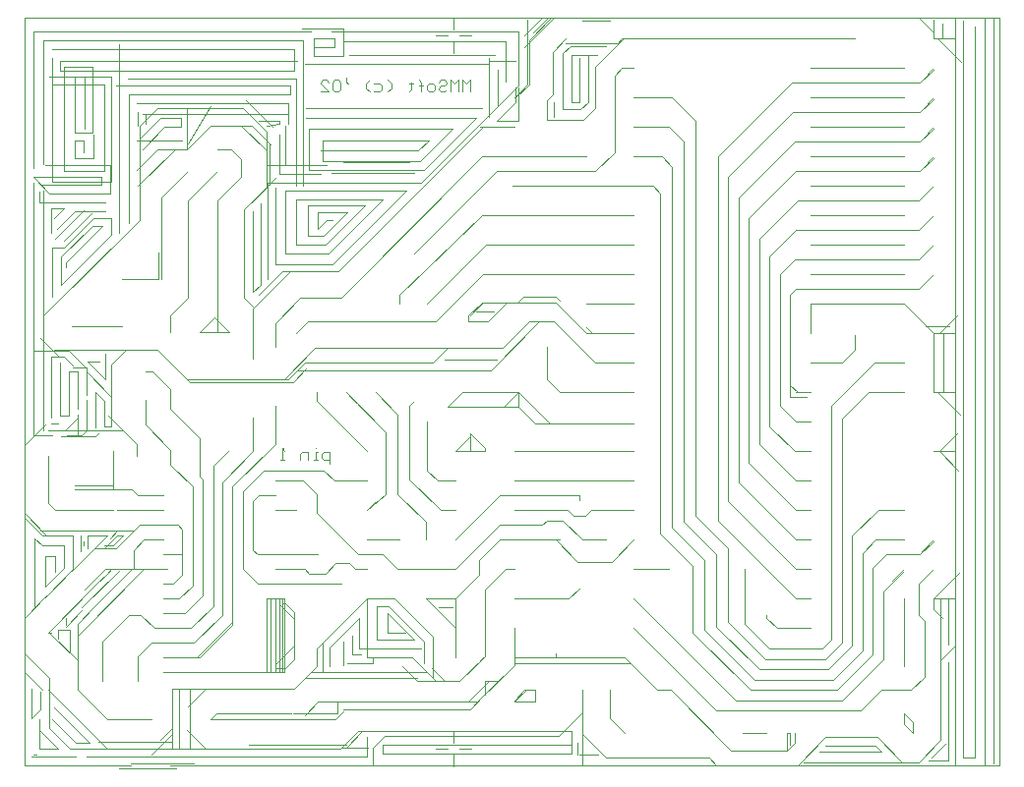
<source format=gbl>
*%FSLAX23Y23*%
*%MOIN*%
G01*
D15*
X9382Y7754D02*
Y7794D01*
X9362D01*
X9355Y7787D01*
Y7774D01*
X9362Y7767D01*
X9382D01*
X9342D02*
X9329D01*
X9335D01*
Y7794D01*
X9342D01*
X9335Y7807D02*
X9336D01*
X9309Y7794D02*
Y7767D01*
Y7794D02*
X9289D01*
X9282Y7787D01*
Y7767D01*
X9229D02*
X9215D01*
X9222D01*
Y7807D01*
X9223D01*
X9222D02*
X9229Y7800D01*
X9857Y9017D02*
Y9057D01*
X9844Y9044D01*
X9830Y9057D01*
Y9017D01*
X9817D02*
Y9057D01*
X9804Y9044D01*
X9790Y9057D01*
Y9017D01*
X9750Y9050D02*
X9757Y9057D01*
X9770D01*
X9777Y9050D01*
Y9044D01*
X9770Y9037D01*
X9757D01*
X9750Y9030D01*
Y9024D01*
X9757Y9017D01*
X9770D01*
X9777Y9024D01*
X9730Y9017D02*
X9717D01*
X9710Y9024D01*
Y9037D01*
X9717Y9044D01*
X9730D01*
X9737Y9037D01*
Y9024D01*
X9730Y9017D01*
X9690D02*
Y9050D01*
Y9037D01*
X9697D01*
X9684D01*
X9690D01*
Y9050D01*
X9684Y9057D01*
X9657Y9050D02*
Y9044D01*
X9664D01*
X9650D01*
X9657D01*
Y9024D01*
X9650Y9017D01*
X9590Y9030D02*
X9577Y9017D01*
X9590Y9030D02*
Y9044D01*
X9577Y9057D01*
X9550Y9044D02*
X9530D01*
X9550D02*
X9557Y9037D01*
Y9024D01*
X9550Y9017D01*
X9530D01*
X9517D02*
X9504Y9030D01*
Y9044D01*
X9517Y9057D01*
X9437Y9064D02*
Y9050D01*
X9444Y9044D01*
X9417Y9050D02*
X9410Y9057D01*
X9397D01*
X9390Y9050D01*
Y9024D01*
X9397Y9017D01*
X9410D01*
X9417Y9024D01*
Y9050D01*
X9377Y9017D02*
X9350D01*
X9377D02*
X9350Y9044D01*
Y9050D01*
X9357Y9057D01*
X9370D01*
X9377Y9050D01*
D17*
X9957Y7647D02*
X9807Y7497D01*
X9667Y8467D02*
X9947Y8747D01*
X9957Y7547D02*
X9807Y7397D01*
X10837Y8517D02*
X10967Y8647D01*
X10962Y8747D02*
X10802Y8587D01*
X10767Y8657D02*
X10957Y8847D01*
X10952Y8947D02*
X10732Y8727D01*
X11222Y7107D02*
X11102Y6987D01*
X11082Y7952D02*
X11227Y8097D01*
X11257Y7092D02*
X11117Y6952D01*
X10697Y8797D02*
X10947Y9047D01*
X9902Y8397D02*
X9742Y8237D01*
X9052Y7217D02*
X8932Y7097D01*
X9017Y7692D02*
X9122Y7797D01*
X9197Y7822D02*
X9052Y7677D01*
X10502Y7517D02*
X10612Y7407D01*
X10652Y7427D02*
X10542Y7537D01*
X10582Y7557D02*
X10692Y7447D01*
X10732Y7467D02*
X10622Y7577D01*
X10612Y7182D02*
X10807Y6987D01*
X10822Y7022D02*
X10652Y7192D01*
X10692Y7202D02*
X10837Y7057D01*
X10857Y7092D02*
X10732Y7217D01*
X10467Y7242D02*
X10757Y6952D01*
X9477Y7447D02*
X9337Y7587D01*
X10147Y8302D02*
X10252Y8197D01*
X10837Y7822D02*
X10962Y7697D01*
Y7597D02*
X10802Y7757D01*
X10767Y7692D02*
X10962Y7497D01*
Y7397D02*
X10732Y7627D01*
X10697Y7562D02*
X10962Y7297D01*
X10692Y6917D02*
X10412Y7197D01*
X10537Y6987D02*
X10742Y6782D01*
X9422Y8317D02*
X9897Y8797D01*
X8842Y7802D02*
X8757Y7887D01*
X8842Y7802D02*
Y7752D01*
X8942Y7802D02*
Y7842D01*
X8917Y7677D02*
Y7342D01*
X8952Y7307D02*
Y7702D01*
X8942Y7712D02*
Y7802D01*
X8882Y7432D02*
Y7377D01*
Y7432D02*
Y7532D01*
X8952Y7307D02*
X8892Y7247D01*
X8872Y7297D02*
X8917Y7342D01*
X8882Y7377D02*
X8852Y7347D01*
X9017Y7242D02*
X8922Y7147D01*
X8912Y7197D02*
X8987Y7272D01*
X8942Y7842D02*
X8842Y7942D01*
Y7752D02*
X8917Y7677D01*
X8942Y7712D02*
X8952Y7702D01*
X8867Y7547D02*
X8882Y7532D01*
X9167Y7297D02*
Y7047D01*
X9122Y7462D02*
Y7627D01*
X9087Y7662D02*
Y7397D01*
X8987Y7272D02*
Y7747D01*
X9052Y7677D02*
Y7217D01*
X9122Y7797D02*
Y7837D01*
X9017Y7692D02*
Y7242D01*
X9122Y7627D02*
X9142Y7647D01*
X9087Y7662D02*
X9157Y7732D01*
X9042Y7802D02*
X8987Y7747D01*
X9122Y7462D02*
X9137Y7447D01*
X9087Y7397D02*
X9137Y7347D01*
X9337Y7587D02*
Y7652D01*
X9182Y7297D02*
Y7047D01*
X9212D02*
Y7297D01*
X9197D02*
Y7047D01*
Y7822D02*
Y7952D01*
Y8152D02*
Y8232D01*
X9267Y8197D02*
X9307Y8237D01*
X9282Y8317D02*
X9197Y8232D01*
X9292Y7697D02*
X9337Y7652D01*
X9397Y7697D02*
X9362Y7732D01*
X9562Y7447D02*
X9612Y7397D01*
X9887Y7377D02*
Y7427D01*
Y7377D02*
X9807Y7297D01*
X9887Y7427D02*
X9957Y7497D01*
X9857Y8257D02*
X9902Y8302D01*
X10117Y7562D02*
X10102Y7547D01*
X10227Y7632D02*
Y7647D01*
X10267Y7597D02*
X10247Y7577D01*
X10337Y7422D02*
X10412Y7497D01*
X10282Y8747D02*
X10347Y8812D01*
X10147Y7497D02*
X10222Y7422D01*
X10237Y7497D02*
X10172Y7562D01*
X10187Y7597D02*
X10207Y7577D01*
X10347Y8812D02*
Y9072D01*
X10502Y8672D02*
Y7517D01*
X10347Y9072D02*
X10372Y9097D01*
X10507Y8797D02*
X10542Y8762D01*
X10477Y8697D02*
X10502Y8672D01*
X10582Y8847D02*
X10532Y8897D01*
X10612Y7407D02*
Y7182D01*
X10542Y7537D02*
Y8762D01*
X10652Y7427D02*
Y7192D01*
X10582Y7557D02*
Y8847D01*
X10692Y7447D02*
Y7202D01*
X10622Y7577D02*
Y8917D01*
X10732Y7467D02*
Y7217D01*
Y7627D02*
Y8727D01*
X10697Y8797D02*
Y7562D01*
X10622Y8917D02*
X10542Y8997D01*
X10787Y7347D02*
Y7212D01*
X10907Y7952D02*
Y8397D01*
X10872Y8457D02*
Y7882D01*
X10837Y7822D02*
Y8517D01*
X10802Y8587D02*
Y7757D01*
X10767Y7692D02*
Y8657D01*
X10957Y8447D02*
X10907Y8397D01*
X10872Y8457D02*
X10962Y8547D01*
X10787Y7212D02*
X10872Y7127D01*
X10962Y7897D02*
X10907Y7952D01*
X10872Y7882D02*
X10957Y7797D01*
X10942Y6842D02*
Y6802D01*
X10932Y6782D02*
Y6842D01*
X10942Y7982D02*
Y8047D01*
Y8022D02*
Y8327D01*
X11082Y7487D02*
Y7157D01*
X11117Y7147D02*
Y7462D01*
X11082Y7487D02*
Y7952D01*
X11117Y7907D02*
Y7462D01*
X10957Y6842D02*
Y6807D01*
X10942Y8327D02*
X10962Y8347D01*
X11082Y7157D02*
X11052Y7127D01*
X11062Y7092D02*
X11117Y7147D01*
X11152Y7137D02*
X11072Y7057D01*
X11087Y7022D02*
X11187Y7122D01*
X11117Y7907D02*
X11207Y7997D01*
X10957Y6807D02*
X10932Y6782D01*
X10967Y7997D02*
X10942Y8022D01*
X11152Y7427D02*
Y7137D01*
X11187Y7122D02*
Y7387D01*
X11222Y7332D02*
Y7107D01*
X11187Y7382D02*
Y7452D01*
X11222Y7402D02*
Y7327D01*
X11257Y7322D02*
Y7092D01*
X11152Y7422D02*
Y7512D01*
X11187Y7452D02*
X11232Y7497D01*
X11267Y7447D02*
X11222Y7402D01*
X11257Y7322D02*
X11327Y7392D01*
X11252Y6987D02*
X11182Y6917D01*
X11152Y7512D02*
X11242Y7597D01*
X11397Y7222D02*
Y7032D01*
X11377Y7242D02*
Y7347D01*
X11397Y7032D02*
X11352Y6987D01*
X11377Y8347D02*
X11427Y8397D01*
X11377Y8447D02*
X11427Y8497D01*
X11377Y8547D02*
X11427Y8597D01*
X11377Y8647D02*
X11427Y8697D01*
X11382Y8747D02*
X11427Y8792D01*
X11382Y8847D02*
X11427Y8892D01*
X11382Y8947D02*
X11427Y8992D01*
X11382Y9047D02*
X11427Y9092D01*
Y7492D02*
X11382Y7447D01*
X11427Y7397D02*
X11377Y7347D01*
Y7242D02*
X11397Y7222D01*
X10932Y6782D02*
X10742D01*
X10932Y6842D02*
X10942D01*
X10807Y6987D02*
X11102D01*
X11117Y6952D02*
X10757D01*
X10537Y6987D02*
X10492D01*
X11252D02*
X11352D01*
X11182Y6917D02*
X10692D01*
X9182Y7047D02*
X9167D01*
X10872Y7127D02*
X11052D01*
X11062Y7092D02*
X10857D01*
X10837Y7057D02*
X11072D01*
X11087Y7022D02*
X10822D01*
X8912Y7197D02*
X8817D01*
Y7097D02*
X8932D01*
X8922Y7147D02*
X8817D01*
X10962Y7397D02*
X11012D01*
Y7297D02*
X10962D01*
X9197Y7347D02*
X9137D01*
X8892Y7247D02*
X8817D01*
Y7297D02*
X8872D01*
X8852Y7347D02*
X8817D01*
X9612Y7397D02*
X9727D01*
X10267Y7597D02*
X10412D01*
X10247Y7577D02*
X10207D01*
X10222Y7422D02*
X10337D01*
X9617Y7497D02*
X9507D01*
X10237D02*
X10317D01*
X10172Y7562D02*
X10117D01*
X10102Y7547D02*
X9957D01*
X10007Y7597D02*
X10187D01*
X10162Y7497D02*
X10007D01*
X9562Y7447D02*
X9477D01*
X10962Y7597D02*
X11012D01*
Y7497D02*
X10962D01*
X11232D02*
X11327D01*
X11382Y7447D02*
X11267D01*
X10007Y7497D02*
X9957D01*
X9197Y7447D02*
X9137D01*
X9197Y7597D02*
X9267D01*
X8817D02*
X8662D01*
X8817Y7547D02*
X8867D01*
X8882Y7447D02*
X8817D01*
X11242Y7597D02*
X11327D01*
X10227Y7647D02*
X9957D01*
X9292Y7697D02*
X9197D01*
X10957Y7797D02*
X11012D01*
Y7697D02*
X10962D01*
X9197Y7647D02*
X9142D01*
X9157Y7732D02*
X9362D01*
X9397Y7697D02*
X9452D01*
X10942Y7982D02*
X10997D01*
X11012Y7897D02*
X10962D01*
X10967Y7997D02*
X11012D01*
X11227Y8097D02*
X11327D01*
Y7997D02*
X11207D01*
X9422Y8317D02*
X9282D01*
X9902Y8302D02*
X10147D01*
X10962Y8347D02*
X11377D01*
X9742Y8237D02*
X9307D01*
X10252Y8197D02*
X10317D01*
X10957Y8447D02*
X11377D01*
Y8547D02*
X10962D01*
X9947Y8397D02*
X9902D01*
X9947Y8747D02*
X10282D01*
X10967Y8647D02*
X11377D01*
X11382Y8747D02*
X10962D01*
X10477Y8697D02*
X10412D01*
X9987Y8797D02*
X9897D01*
X10957Y8847D02*
X11382D01*
Y8947D02*
X10952D01*
X10507Y8797D02*
X10412D01*
Y8897D02*
X10532D01*
X10412Y9097D02*
X10372D01*
X10947Y9047D02*
X11382D01*
X10542Y8997D02*
X10412D01*
D18*
X9802Y9227D02*
Y9267D01*
Y9187D02*
Y9147D01*
X9782Y9207D02*
X9742D01*
X9822D02*
X9862D01*
X9802Y6847D02*
Y6807D01*
Y6767D02*
Y6727D01*
X9782Y6787D02*
X9742D01*
X9822D02*
X9862D01*
D19*
X9652Y7952D02*
X9667Y7967D01*
X8682Y7512D02*
X8647Y7477D01*
X8622Y7472D02*
X8662Y7512D01*
X8657Y7467D02*
X8727Y7537D01*
X8662Y7527D02*
X8637Y7502D01*
X8717Y7527D02*
X8737Y7547D01*
X8752Y7497D02*
X8717Y7462D01*
X9052Y7207D02*
X8942Y7097D01*
X9367Y7382D02*
X9402Y7417D01*
X8622Y7397D02*
X8552Y7327D01*
X8732Y7102D02*
X8777Y7147D01*
X8702Y7242D02*
X8612Y7152D01*
X9437Y7997D02*
X9572Y7862D01*
X9612Y7922D02*
X9537Y7997D01*
X9612Y7652D02*
X9707Y7557D01*
X9747Y7697D02*
X9712Y7732D01*
X9652Y7702D02*
X9757Y7597D01*
X8727Y7822D02*
X8682Y7867D01*
X8427Y7622D02*
X8452Y7597D01*
X8712Y7667D02*
X8732Y7647D01*
X8742Y7242D02*
X8787Y7197D01*
X9447Y7417D02*
X9467Y7397D01*
X9312Y7382D02*
X9297Y7397D01*
X8697Y7852D02*
X8632Y7917D01*
X9507Y7597D02*
X9572Y7652D01*
X8547Y7492D02*
Y7477D01*
X8537Y7457D02*
Y7512D01*
X8427Y7622D02*
Y7667D01*
Y7782D01*
X8717Y7462D02*
Y7397D01*
X8647Y7667D02*
Y7797D01*
X8727Y7782D02*
Y7822D01*
X8732Y7102D02*
Y7017D01*
X8612D02*
Y7152D01*
X9052Y7207D02*
Y7222D01*
X9167Y7297D02*
Y7047D01*
X9227D02*
Y7297D01*
X9222D02*
Y7047D01*
X9572Y7652D02*
Y7862D01*
X9612Y7922D02*
Y7652D01*
X9707Y7557D02*
Y7497D01*
X9712Y7732D02*
Y7897D01*
X9652Y7952D02*
Y7702D01*
X8817Y7197D02*
X8787D01*
X8817Y7097D02*
X8942D01*
X8817Y7047D02*
X9227D01*
X8817Y7147D02*
X8777D01*
X8817Y7397D02*
X8622D01*
X8702Y7242D02*
X8742D01*
X9192Y7347D02*
X9422D01*
X9227Y7297D02*
X9167D01*
X9467Y7397D02*
X9507D01*
X9297D02*
X9197D01*
X9312Y7382D02*
X9367D01*
X9757Y7597D02*
X9807D01*
X8647Y7477D02*
X8617D01*
X8662Y7512D02*
X8682D01*
X8657Y7467D02*
X8587D01*
X8657Y7527D02*
X8692D01*
X8717D02*
X8402D01*
X8737Y7547D02*
X8817D01*
Y7497D02*
X8752D01*
X8647Y7597D02*
X8452D01*
X8662D02*
X8817D01*
X9217D02*
X9267D01*
X9197Y7447D02*
X9342D01*
X9402Y7417D02*
X9447D01*
X9747Y7697D02*
X9807D01*
X10172D02*
X10282D01*
X8817Y7647D02*
X8732D01*
X8712Y7667D02*
X8517D01*
Y7867D02*
X8682D01*
D20*
X9822Y7017D02*
X9907Y7102D01*
Y7327D02*
X9977Y7397D01*
X9662Y7097D02*
X9742Y7017D01*
X10412Y7297D02*
X10467Y7242D01*
X9907Y7327D02*
Y7102D01*
X8862Y6722D02*
X8667D01*
X9742Y7017D02*
X9822D01*
X9662Y7097D02*
X9507D01*
X9977Y7397D02*
X10007D01*
D26*
X10042Y9167D02*
X10142Y9267D01*
X10057Y9042D02*
X10012Y8997D01*
X10057Y9192D02*
X10132Y9267D01*
X9902Y8897D02*
X9412Y8407D01*
X9537Y7627D02*
X9507Y7597D01*
X9712Y8297D02*
X9912Y8497D01*
X9832Y7522D02*
X9807Y7497D01*
X10357Y9182D02*
X10372Y9197D01*
X9912Y8712D02*
X9667Y8467D01*
X10232Y8957D02*
X10257Y8982D01*
X10172Y9147D02*
X10197Y9172D01*
X10282Y9102D02*
X10377Y9197D01*
X10282Y8962D02*
X10242Y8922D01*
X10137Y9007D02*
X10117Y8987D01*
X10137Y9152D02*
X10182Y9197D01*
X10037Y8322D02*
X10017Y8302D01*
X10007Y8997D02*
X10052Y9042D01*
X10227Y7332D02*
X10192Y7297D01*
X10072Y9217D02*
X10122Y9267D01*
X9717Y8852D02*
X9682Y8817D01*
X9687Y8782D02*
X9797Y8892D01*
X9877Y8927D02*
X9702Y8752D01*
X8602Y8552D02*
X8487Y8437D01*
X8602Y8552D02*
X8612Y8562D01*
X8577D02*
X8472Y8457D01*
Y8362D02*
X8642Y8532D01*
X8582Y8587D02*
X8482Y8487D01*
X8412Y8257D02*
X8737Y8582D01*
X8667Y7392D02*
X8542Y7267D01*
X8552Y7237D02*
X8712Y7397D01*
X8627Y7512D02*
X8577Y7462D01*
X8642Y7397D02*
X8627Y7382D01*
X8592Y7347D01*
X8427Y7182D01*
X9857Y6922D02*
X9902Y6967D01*
X9852Y6947D02*
X9922Y7017D01*
X8452Y8517D02*
X8552Y8617D01*
X9122Y8282D02*
X9252Y8412D01*
X9222Y8407D02*
X9142Y8327D01*
X9492Y6847D02*
X9437Y6792D01*
X9917Y8237D02*
X9982Y8302D01*
X9897D02*
X9852Y8257D01*
X9907Y7102D02*
X9892Y7087D01*
X9907Y7327D02*
X9977Y7397D01*
X8422Y7307D02*
X8347Y7232D01*
X10157Y6832D02*
X10237Y6912D01*
X9567Y6832D02*
X9527Y6792D01*
X8542Y7852D02*
X8557Y7867D01*
X8577Y7462D02*
X8507Y7392D01*
X8482Y7402D02*
X8417Y7337D01*
Y7302D02*
X8512Y7397D01*
X11407Y8377D02*
X11427Y8397D01*
X11407Y8477D02*
X11427Y8497D01*
X11407Y8577D02*
X11427Y8597D01*
X11407Y8677D02*
X11427Y8697D01*
X11407Y8777D02*
X11427Y8797D01*
X11407Y8877D02*
X11427Y8897D01*
X11407Y8977D02*
X11427Y8997D01*
X11407Y9077D02*
X11427Y9097D01*
X9042Y7802D02*
X9017Y7777D01*
X11387Y7357D02*
X11427Y7397D01*
X11327D02*
X11287Y7357D01*
X11387Y7457D02*
X11427Y7497D01*
X9307Y8237D02*
X9267Y8197D01*
X9807Y7797D02*
X9857Y7847D01*
X11117Y8097D02*
X11162Y8142D01*
X10007Y7072D02*
X9882Y6947D01*
X10007D02*
X10047Y6987D01*
X9732Y8097D02*
X9782Y8147D01*
X9967D02*
X10057Y8237D01*
X8517Y8612D02*
X8457Y8552D01*
X11452Y7087D02*
X11502Y7137D01*
X11452Y6817D02*
X11377Y6742D01*
X11422Y6757D02*
X11472Y6807D01*
X8527Y7912D02*
X8487Y7872D01*
X8447Y8587D02*
X8482Y8622D01*
X9692Y8707D02*
X10022Y9037D01*
X9642Y8682D02*
X9392Y8432D01*
X9377Y8467D02*
X9562Y8652D01*
X9502Y8632D02*
X9367Y8497D01*
X9362Y8527D02*
X9442Y8607D01*
X9372Y8582D02*
X9342Y8552D01*
X9947Y8917D02*
X10012Y8982D01*
X11062Y6827D02*
X10967Y6732D01*
X11427Y7297D02*
X11517Y7387D01*
X10042Y9207D02*
X10102Y9267D01*
X8577Y8607D02*
X8482Y8512D01*
X8602Y7862D02*
X8587Y7847D01*
X9972Y7947D02*
X10022Y7997D01*
X9832Y7322D02*
X9807Y7297D01*
X9262Y7137D02*
X9202Y7077D01*
X9357Y7147D02*
X9507Y7297D01*
X9482Y7232D02*
X9382Y7132D01*
X9317Y7047D02*
X9262Y6992D01*
X9297Y7027D02*
X9337Y7067D01*
Y7127D02*
X9367Y7157D01*
X9342Y6947D02*
X9297Y6902D01*
X8402Y6922D02*
X8372Y6892D01*
X9232Y7062D02*
X9262Y7092D01*
X9197Y8232D02*
X9282Y8317D01*
X9297Y8097D02*
X9247Y8047D01*
X9242Y8042D01*
X8692Y8142D02*
X8642Y8092D01*
X8582Y7267D02*
X8527Y7212D01*
X9417Y6787D02*
X9477Y6847D01*
X8962Y6992D02*
X8902Y6932D01*
X8847Y6837D02*
X8777Y6767D01*
X8487Y7202D02*
X8542Y7257D01*
X8527Y7172D02*
X8752Y7397D01*
X9402Y6887D02*
X9432Y6917D01*
X8997Y6907D02*
X8977Y6887D01*
X9782Y7947D02*
X9832Y7997D01*
X9927Y8072D02*
X10092Y8237D01*
X9332Y8147D02*
X9227Y8042D01*
X9257Y8032D02*
X9302Y8077D01*
X8852Y6862D02*
X8807Y6817D01*
X8742Y8862D02*
X8807Y8927D01*
X8822Y8897D02*
X8747Y8822D01*
X8797D02*
X8727Y8752D01*
X8812Y8657D02*
X8902Y8747D01*
X9092Y8617D02*
X9202Y8727D01*
X9167Y8692D02*
X9092Y8617D01*
X8857Y8822D02*
X8732Y8697D01*
X9122Y8337D02*
X9147Y8362D01*
X8897Y8822D02*
X8977Y8902D01*
X8797Y8962D02*
X8737Y8902D01*
X8422Y7892D02*
X8347Y7817D01*
X8842Y8257D02*
X8902Y8317D01*
Y8647D02*
X9002Y8747D01*
X9082Y8727D02*
X9002Y8647D01*
X8992Y8252D02*
X8942Y8202D01*
X11447Y7797D02*
X11512Y7862D01*
X11447Y8197D02*
X11512Y8262D01*
X10272Y8197D02*
X10252Y8217D01*
X9577Y7957D02*
X9537Y7997D01*
X9472Y7962D02*
X9437Y7997D01*
X10147Y7497D02*
X10222Y7422D01*
X10162Y8307D02*
X10147Y8322D01*
X10382Y7097D02*
X10492Y6987D01*
X8617Y7967D02*
X8587Y7997D01*
X8642Y7982D02*
X8557Y8067D01*
X8462Y8122D02*
X8402Y8182D01*
X8482Y8117D02*
X8512Y8087D01*
X8557Y8077D02*
X8497Y8137D01*
X8432Y8672D02*
X8377Y8727D01*
X9092Y8317D02*
X9122Y8287D01*
X10862Y7232D02*
X10897Y7197D01*
X8842Y8007D02*
X8782Y8067D01*
X8347Y7587D02*
X8422Y7512D01*
X8407Y7477D02*
X8382Y7502D01*
X8407Y7512D02*
X8347Y7572D01*
X8757Y7887D02*
X8842Y7802D01*
X8942Y7842D02*
X8842Y7942D01*
X8812Y7832D02*
X8842Y7802D01*
X9662Y7097D02*
X9742Y7017D01*
X9907Y7807D02*
X9857Y7857D01*
X11327Y8297D02*
X11427Y8197D01*
X10412Y7197D02*
X10482Y7127D01*
X10332Y6892D02*
X10382Y6842D01*
X10077Y7892D02*
X10022Y7947D01*
X10117Y8042D02*
X10162Y7997D01*
X10282Y8097D02*
X10142Y8237D01*
X10667Y6757D02*
X10692Y6732D01*
X10317Y6757D02*
X10237Y6837D01*
X8462Y6787D02*
X8402Y6847D01*
X9627Y7067D02*
X9677Y7017D01*
X9732Y7167D02*
X9602Y7297D01*
X9582Y7272D02*
X9702Y7152D01*
X9667Y7157D02*
X9577Y7247D01*
X11237Y6827D02*
X11322Y6742D01*
X11252Y6777D02*
X11232Y6797D01*
X11457Y7232D02*
X11427Y7262D01*
X9262Y7227D02*
X9212Y7277D01*
X8407Y6987D02*
X8347Y7047D01*
X9232Y7282D02*
X9262Y7252D01*
X9727Y7062D02*
X9772Y7017D01*
X8622Y8042D02*
X8562Y8102D01*
X8797Y8142D02*
X8897Y8042D01*
X8432Y7182D02*
X8527Y7087D01*
X8432Y6857D02*
X8502Y6787D01*
X8432Y7027D02*
X8347Y7112D01*
X8897Y6852D02*
X8962Y6787D01*
X8627D02*
X8527Y6887D01*
X8427Y6987D01*
X8447Y6927D02*
X8567Y6807D01*
X8522D02*
X8442Y6887D01*
X8527Y6987D02*
X8627Y6887D01*
X10022Y7997D02*
X10127Y7892D01*
X8907Y8032D02*
X8872Y8067D01*
X9187Y8897D02*
X9097Y8987D01*
X9087Y8962D02*
X9167Y8882D01*
X9182Y8837D02*
X9117Y8902D01*
X9047Y8822D02*
X9082Y8787D01*
X9167Y8817D02*
X9082Y8902D01*
X8992Y8252D02*
X9042Y8202D01*
X9707Y7297D02*
X9807Y7197D01*
X11447Y7797D02*
X11512Y7732D01*
X11517Y7922D02*
X11442Y7997D01*
X11522Y9117D02*
X11442Y9197D01*
X11427Y9217D02*
X11377Y9267D01*
X9507Y7797D02*
X9337Y7967D01*
X9617Y8327D02*
X9897Y8597D01*
Y8797D02*
X9422Y8317D01*
X8902Y8842D02*
X8977Y8967D01*
X9167Y8902D02*
X9212Y8907D01*
X8377Y8707D02*
Y7852D01*
X8382Y7502D02*
Y7267D01*
X8347Y7797D02*
Y6732D01*
X8377Y8757D02*
Y9222D01*
X8347Y9267D02*
Y7797D01*
Y7077D02*
Y7047D01*
X8372Y6992D02*
Y6892D01*
X8437Y7912D02*
Y8117D01*
X8557Y8077D02*
Y8067D01*
X8487Y8422D02*
Y8437D01*
X8472Y8457D02*
Y8362D01*
X8442Y8322D02*
Y8487D01*
X8562Y7512D02*
Y7467D01*
X8487Y7232D02*
Y7207D01*
X8557Y7867D02*
Y7972D01*
X8412Y7867D02*
Y8682D01*
X8527Y7922D02*
Y7847D01*
X8452Y7442D02*
Y7387D01*
X8417Y7337D02*
Y7442D01*
X8482Y7477D02*
Y7402D01*
X8512Y7397D02*
Y7512D01*
X8397Y8642D02*
Y8677D01*
X8437Y8622D02*
Y8537D01*
X8412Y8772D02*
Y9192D01*
X8577Y9102D02*
Y8877D01*
X8517D02*
Y9067D01*
X8552D02*
Y8892D01*
X8397Y6887D02*
Y6787D01*
X8557Y7987D02*
Y8067D01*
Y8082D01*
X8467Y8097D02*
Y7917D01*
X8497D02*
Y8067D01*
X8527D02*
Y7942D01*
X8427Y7782D02*
Y7667D01*
X8402Y6982D02*
Y6922D01*
X8527Y7087D02*
Y7212D01*
X8502Y7192D02*
Y7117D01*
X8462Y7162D02*
Y7192D01*
X8432Y7027D02*
Y6857D01*
X8527Y6987D02*
Y7087D01*
X8442Y8712D02*
Y9132D01*
X8482Y9102D02*
Y8747D01*
X8467Y9087D02*
Y9122D01*
X8517Y8852D02*
Y8792D01*
X8547Y8812D02*
Y8852D01*
X8587Y7997D02*
Y7877D01*
X8617Y7882D02*
Y7967D01*
X8642Y7982D02*
Y7882D01*
Y8532D02*
Y8587D01*
X8607Y8702D02*
Y8727D01*
X8637Y8767D02*
Y8672D01*
X8667Y8537D02*
Y9177D01*
X8647Y7797D02*
Y7682D01*
X8757Y7887D02*
Y7972D01*
X8727Y7812D02*
Y7782D01*
X8642Y7972D02*
Y8092D01*
X8622Y8127D02*
Y8042D01*
X8737Y8637D02*
Y8902D01*
X8642Y9067D02*
Y8712D01*
X8617Y8747D02*
Y9042D01*
X8732Y8947D02*
Y8902D01*
X8702Y8972D02*
Y8572D01*
X8757Y8907D02*
Y8942D01*
X8702Y8972D02*
Y9007D01*
X8737Y8637D02*
Y8582D01*
X8582Y8792D02*
Y8872D01*
X8612Y7057D02*
Y7017D01*
X8732D02*
Y7057D01*
X8812Y8382D02*
Y8657D01*
X8802Y8472D02*
Y8382D01*
X8842Y8257D02*
Y8202D01*
Y8007D02*
Y7942D01*
X8942Y7842D02*
Y7802D01*
Y7767D01*
X8842D02*
Y7802D01*
X8872Y6992D02*
Y6787D01*
X8847D02*
Y6992D01*
X8907D02*
Y6787D01*
X8877Y8897D02*
Y8927D01*
X8897Y8962D02*
Y8822D01*
X8902Y8647D02*
Y8317D01*
X9122Y8282D02*
Y8112D01*
Y7912D02*
Y7837D01*
X9167Y8742D02*
Y8882D01*
Y8752D02*
Y8692D01*
X9082Y8727D02*
Y8787D01*
X9092Y8617D02*
Y8317D01*
X9147Y8362D02*
Y8637D01*
X9122Y8612D02*
Y8337D01*
X9002Y8202D02*
Y8647D01*
X9357Y8782D02*
Y8852D01*
X9312Y8892D02*
Y8752D01*
X9327Y9137D02*
Y9197D01*
X9212Y7282D02*
Y7182D01*
X9267Y8497D02*
Y8652D01*
X9172Y8707D02*
Y8382D01*
X9197Y8432D02*
Y8692D01*
X9232Y8682D02*
Y8467D01*
X9307Y8527D02*
Y8632D01*
X9342Y8607D02*
Y8552D01*
X9262Y7187D02*
Y7137D01*
Y7187D02*
Y7227D01*
X9357Y7147D02*
Y7047D01*
X9337Y7067D02*
Y7127D01*
X9262Y7092D02*
Y7187D01*
Y7252D01*
X9197Y8152D02*
Y8232D01*
Y7952D02*
Y7922D01*
X9212Y8737D02*
Y8872D01*
X9177Y8837D02*
Y8702D01*
X9292Y8697D02*
Y9192D01*
X9267Y9062D02*
Y8697D01*
X9232Y8767D02*
Y8902D01*
X9212Y8907D02*
Y8917D01*
X9242Y8912D02*
Y8942D01*
Y8907D02*
Y8977D01*
X9247Y9007D02*
Y9037D01*
X9262Y9087D02*
Y9162D01*
X9337Y7997D02*
Y7967D01*
X9397Y9167D02*
Y9197D01*
X9427Y9232D02*
Y9137D01*
X9507Y6827D02*
Y6762D01*
X9407Y6907D02*
Y6947D01*
X9527Y6792D02*
Y6732D01*
X9507Y7097D02*
Y7297D01*
X9542Y7272D02*
Y7157D01*
X9527Y7097D02*
Y7077D01*
X9382Y7067D02*
Y7132D01*
X9482Y7127D02*
Y7232D01*
X9457Y7172D02*
Y7107D01*
X9427Y7072D02*
Y7152D01*
X9712Y7857D02*
Y7897D01*
X9617Y8297D02*
Y8327D01*
X9562Y6802D02*
Y6772D01*
X9732Y7032D02*
Y7167D01*
X9702Y7122D02*
Y7077D01*
Y7152D01*
X9577Y7182D02*
Y7247D01*
X9922Y8932D02*
Y9132D01*
X9852Y8257D02*
Y8237D01*
X9907Y7327D02*
Y7102D01*
Y7797D02*
Y7807D01*
X9857Y7847D02*
Y7857D01*
X9907Y7017D02*
Y6972D01*
X9857Y7797D02*
Y7857D01*
X9807Y7297D02*
Y7097D01*
X10057Y9042D02*
Y9192D01*
X10142Y8982D02*
Y8932D01*
X10117Y8922D02*
Y8987D01*
X10137Y9007D02*
Y9152D01*
X10052D02*
Y9042D01*
X9952Y9092D02*
Y8967D01*
X10077Y6987D02*
Y6947D01*
X10007Y7072D02*
Y7197D01*
X10052Y9117D02*
Y9262D01*
X10022Y7997D02*
Y7947D01*
X10117Y8042D02*
Y8152D01*
X10022Y9037D02*
Y9222D01*
X9977Y9187D02*
Y9052D01*
X10022Y9032D02*
Y8917D01*
X10012Y8982D02*
Y9032D01*
X10227Y8982D02*
Y9132D01*
X10202Y9142D02*
Y8982D01*
X10257D02*
Y9142D01*
X10172Y9147D02*
Y8957D01*
X10282Y8962D02*
Y9102D01*
X10147Y7112D02*
Y7097D01*
X10202Y6847D02*
Y6772D01*
X10332Y6892D02*
Y6987D01*
X10237D02*
Y6732D01*
X10222Y6767D02*
Y6807D01*
X10787Y7347D02*
Y7397D01*
X10862Y7242D02*
Y7232D01*
X11012Y8197D02*
Y8297D01*
X11162Y8192D02*
Y8142D01*
X11327Y7297D02*
Y7067D01*
X11427Y7997D02*
Y8197D01*
X11502Y7997D02*
Y7797D01*
Y8197D02*
Y9197D01*
Y8197D02*
Y7997D01*
X11462D02*
Y8197D01*
X11502Y7797D02*
Y7297D01*
Y6732D01*
Y9197D02*
Y9252D01*
X11452Y7087D02*
Y6817D01*
X11427Y9197D02*
Y9262D01*
X11457Y9247D02*
Y9202D01*
X11502Y9252D02*
Y9267D01*
X11477Y7082D02*
Y6747D01*
X11452Y7082D02*
Y7297D01*
X11477D02*
Y7142D01*
X11427Y7262D02*
Y7297D01*
X11602Y6732D02*
Y9267D01*
X11527Y9257D02*
Y6757D01*
X11567D02*
Y9237D01*
X11652Y9267D02*
Y6732D01*
X11632Y6737D02*
Y9267D01*
X8922Y6737D02*
X8707D01*
X9422Y6792D02*
X9512D01*
X9507Y6762D02*
X8557D01*
X8707Y6732D02*
X8347D01*
X8842D02*
X11652D01*
X10197Y6802D02*
X9562D01*
Y6772D02*
X10202D01*
X8387Y6767D02*
X8377D01*
X10987Y6742D02*
X11377D01*
X10667Y6757D02*
X10317D01*
X10292Y6767D02*
X10227D01*
X11412Y6747D02*
X11477D01*
X8522Y6762D02*
X8372D01*
X8397Y6787D02*
X8462D01*
X11442Y6732D02*
X11602D01*
X11567Y6757D02*
X11527D01*
X11537Y6732D02*
X11652D01*
X10967D02*
X10952D01*
X11062Y6797D02*
X11232D01*
X11252Y6777D02*
X11042D01*
X9417Y6787D02*
X9262D01*
X9107D01*
X8502D01*
X8627D02*
X8662D01*
X8567Y6807D02*
X8522D01*
X9107Y6802D02*
X9262D01*
X9437D01*
X8847Y6812D02*
X8597D01*
X9427Y6922D02*
X9857D01*
X9657Y6847D02*
X9492D01*
X9407Y6907D02*
X9257D01*
X9567Y6847D02*
X10202D01*
X10157Y6832D02*
X9567D01*
X10007Y6947D02*
X10077D01*
X9607D02*
X9407D01*
X9607D02*
X9882D01*
X10782Y6842D02*
X10862D01*
X11062Y6827D02*
X11237D01*
X10077Y6987D02*
X10047D01*
X9422Y6947D02*
X9342D01*
X9252Y6907D02*
X9107D01*
Y6887D02*
X8977D01*
X9477Y6847D02*
X9567D01*
X9262Y6992D02*
X8847D01*
X8777Y6887D02*
X8627D01*
X8977D02*
X9402D01*
X9107Y6907D02*
X8997D01*
X10007Y7097D02*
X10147D01*
X10297D01*
X10382D01*
X9932Y7017D02*
X9922D01*
X10897Y7197D02*
X11012D01*
X9822Y7017D02*
X9762D01*
X9742D01*
X9662Y7097D02*
X9507D01*
X9907Y7017D02*
X9952D01*
X9712Y7047D02*
X9447D01*
X9677Y7017D02*
X9757D01*
X9667Y7157D02*
X9542D01*
X9577Y7182D02*
X9637D01*
X9527Y7077D02*
X9442D01*
X9462Y7047D02*
X9357D01*
X9482Y7127D02*
X9692D01*
X9487Y7107D02*
X9457D01*
X9377Y7047D02*
X9317D01*
X9232Y7062D02*
X9202D01*
X9297Y7027D02*
X9677D01*
X8437Y7182D02*
X8427D01*
X8432D01*
X8462Y7192D02*
X8502D01*
X10007Y7077D02*
X10402D01*
X10412Y7397D02*
X10532D01*
X10192Y7297D02*
X10007D01*
X8832Y7397D02*
X8642D01*
X9977D02*
X10007D01*
X10962Y7297D02*
X11012D01*
Y7397D02*
X10962D01*
X11427Y7297D02*
X11502D01*
X9807D02*
X9707D01*
X9727Y7397D02*
X9807D01*
X9602Y7297D02*
X9507D01*
X9542Y7272D02*
X9582D01*
X9232Y7282D02*
X9222D01*
X9752Y7267D02*
X9797D01*
X10337Y7597D02*
X10412D01*
X9807D02*
X9767D01*
X10222Y7422D02*
X10272D01*
X9617Y7497D02*
X9507D01*
X10262D02*
X10317D01*
X8627Y7512D02*
X8562D01*
X8582Y7597D02*
X8647D01*
X8452Y7442D02*
X8417D01*
X8407Y7477D02*
X8482D01*
X8512Y7512D02*
X8407D01*
X8662Y7597D02*
X8697D01*
X10962Y7497D02*
X11012D01*
Y7597D02*
X10962D01*
X11277Y7497D02*
X11327D01*
Y7597D02*
X11277D01*
X10007Y7497D02*
X9982D01*
X10007D02*
X10147D01*
X9807Y7697D02*
X9762D01*
X10007D02*
X10172D01*
X10282D02*
X10412D01*
X8647Y7682D02*
X8517D01*
Y7667D02*
X8607D01*
X10962Y7697D02*
X11012D01*
Y7797D02*
X10962D01*
X10412D02*
X10007D01*
X9907D02*
X9807D01*
X9507Y7697D02*
X9452D01*
X11427Y7797D02*
X11502D01*
X10022Y7947D02*
X9782D01*
X8642Y7882D02*
X8617D01*
X8602Y7867D02*
X8517D01*
X8492Y7852D02*
X8542D01*
X8462Y7892D02*
X8437D01*
X8442Y7852D02*
X8377D01*
X10962Y7897D02*
X11012D01*
X10412Y7892D02*
X10077D01*
X8497Y7917D02*
X8467D01*
X8472Y7847D02*
X8587D01*
X8482Y8117D02*
X8437D01*
X8382Y8137D02*
X8497D01*
X8757Y8067D02*
X8782D01*
X10962Y7997D02*
X11012D01*
X11277Y8097D02*
X11327D01*
Y7997D02*
X11277D01*
X11427D02*
X11502D01*
X9437Y8097D02*
X9337D01*
X11012D02*
X11117D01*
X9537D02*
X9437D01*
X9337D02*
X9297D01*
X9782Y8147D02*
X9917D01*
X10222Y7997D02*
X10412D01*
X10222D02*
X10162D01*
X9732Y8097D02*
X9537D01*
X10282D02*
X10412D01*
X9967Y8147D02*
X9917D01*
X8557Y8082D02*
X8512D01*
X8497Y8067D02*
X8527D01*
X8562Y8102D02*
X8602D01*
X8447Y8142D02*
X8797D01*
X8897Y8042D02*
X9242D01*
X9832Y7997D02*
X10022D01*
X9927Y8072D02*
X9272D01*
X9772Y8107D02*
X9947D01*
X9782Y8147D02*
X9332D01*
X9257Y8032D02*
X8907D01*
X10272Y8197D02*
X10287D01*
X10252Y8297D02*
X10412D01*
X10147Y8322D02*
X10117D01*
X10037D01*
X9422Y8317D02*
X9282D01*
X9307Y8237D02*
X9572D01*
X8802Y8382D02*
X8677D01*
Y8222D02*
X8507D01*
X9877Y8272D02*
X9937D01*
X9897Y8302D02*
X10017D01*
X9917Y8237D02*
X9852D01*
X10287Y8197D02*
X10317D01*
X11012Y8297D02*
X11327D01*
X11427Y8197D02*
X11502D01*
X10412D02*
X10317D01*
X10142Y8237D02*
X10057D01*
X10092D02*
X10117D01*
X9042Y8202D02*
X8942D01*
X11402Y8222D02*
X11482D01*
X10007Y8497D02*
X9912D01*
X10007D02*
X10412D01*
X9377Y8467D02*
X9232D01*
X8612Y8562D02*
X8577D01*
X8482Y8487D02*
X8442D01*
X11012Y8497D02*
X11327D01*
Y8397D02*
X11012D01*
X10412D02*
X10052D01*
X9947D01*
X9412Y8407D02*
X9222D01*
X9197Y8432D02*
X9392D01*
X9362Y8527D02*
X9307D01*
X9267Y8497D02*
X9367D01*
X9897Y8597D02*
X10007D01*
X10412D01*
Y8697D02*
X10002D01*
X9702Y8752D02*
X9312D01*
X8642Y8587D02*
X8582D01*
X8607Y8702D02*
X8402D01*
X8377Y8727D02*
X8607D01*
X8637Y8672D02*
X8432D01*
X8417Y8767D02*
X8637D01*
X9267Y8652D02*
X9562D01*
X10412Y8697D02*
X10462D01*
X11012D02*
X11327D01*
Y8597D02*
X11012D01*
X8622Y8612D02*
X8517D01*
X8622Y8642D02*
X8397D01*
X8437Y8622D02*
X8482D01*
X9172Y8707D02*
X9692D01*
X9662Y8742D02*
X9387D01*
X9662D02*
X9667D01*
X9642Y8682D02*
X9232D01*
X9342Y8607D02*
X9442D01*
X9392Y8582D02*
X9372D01*
X9307Y8632D02*
X9502D01*
X9372Y8767D02*
X9172D01*
X8642Y8712D02*
X8442D01*
X8482Y8747D02*
X8617D01*
X9212Y8737D02*
X9352D01*
X9302Y8927D02*
X9877D01*
X10002Y8797D02*
X10252D01*
X10232Y8957D02*
X10172D01*
X10117Y8922D02*
X10242D01*
X10007Y8897D02*
X9892D01*
X9897Y8797D02*
X10002D01*
X9987D01*
X9682Y8817D02*
X9352D01*
X9357Y8852D02*
X9717D01*
X9687Y8782D02*
X9357D01*
X9312Y8892D02*
X9797D01*
X10412Y8797D02*
X10462D01*
Y8897D02*
X10412D01*
X11012D02*
X11327D01*
Y8797D02*
X11012D01*
X8577Y8877D02*
X8517D01*
X9427Y8777D02*
X9652D01*
X9947Y8917D02*
X10022D01*
X8877Y8927D02*
X8807D01*
X9142Y8917D02*
X9212D01*
X8882Y8852D02*
X8727D01*
X9002Y8822D02*
X9047D01*
X9302Y8962D02*
X9897D01*
X8582Y8792D02*
X8517D01*
Y8852D02*
X8547D01*
X8977Y8902D02*
X9117D01*
X8877Y8897D02*
X8822D01*
X8797Y8822D02*
X8897D01*
X8857D01*
X8797Y8962D02*
X9087D01*
X9242Y8942D02*
X8747D01*
X9922Y9122D02*
X10012D01*
X10372Y9097D02*
X10412D01*
X10227Y8982D02*
X10202D01*
Y9142D02*
X10287D01*
X10257D01*
X9397Y9167D02*
X9332D01*
X9327Y9137D02*
X9427D01*
X9447Y9142D02*
X9942D01*
X10412Y8997D02*
X10462D01*
X11012Y9097D02*
X11327D01*
Y8997D02*
X11012D01*
X8577Y9102D02*
X8482D01*
X8517Y9067D02*
X8552D01*
X8642D02*
X8432D01*
X8442Y9042D02*
X8617D01*
X8697Y9062D02*
X9267D01*
X9242Y8977D02*
X8727D01*
X8657Y9037D02*
X9247D01*
Y9007D02*
X8702D01*
X9297Y9112D02*
X9922D01*
X9262Y9162D02*
X8442D01*
X8467Y9087D02*
X9262D01*
X9272Y9122D02*
X8467D01*
X10237Y9257D02*
X10287D01*
X10332D01*
X10357Y9182D02*
X10182D01*
X10197Y9172D02*
X10317D01*
X9397Y9197D02*
X9327D01*
X9287Y9232D02*
X9427D01*
X11427Y9197D02*
X11502D01*
X11162D02*
X10372D01*
X9317Y9222D02*
X8377D01*
X9387D02*
X10022D01*
X9977Y9187D02*
X9427D01*
X8347Y9267D02*
X11502D01*
X11497D02*
X11602D01*
X11592D02*
X11652D01*
X11632D02*
X11592D01*
X9292Y9192D02*
X8412D01*
D30*
X8902Y8747D02*
D03*
X9002D02*
D03*
Y8822D02*
D03*
X8902D02*
D03*
D31*
X10287Y9157D02*
D03*
Y9257D02*
D03*
X8802Y8382D02*
D03*
X8872Y6787D02*
D03*
X10252Y8797D02*
D03*
Y8297D02*
D03*
X10007Y8797D02*
D03*
Y8697D02*
D03*
X10117Y8922D02*
D03*
Y8322D02*
D03*
X11427Y9197D02*
D03*
X11327Y9097D02*
D03*
X11427D02*
D03*
X11327Y8997D02*
D03*
X11427D02*
D03*
X11327Y8897D02*
D03*
X11427D02*
D03*
X11327Y8797D02*
D03*
Y8697D02*
D03*
X11427D02*
D03*
X11327Y8597D02*
D03*
X11427D02*
D03*
X11327Y8497D02*
D03*
X11427D02*
D03*
X11327Y8397D02*
D03*
X11427D02*
D03*
X11327Y8297D02*
D03*
X11427D02*
D03*
X11327Y8197D02*
D03*
X11427D02*
D03*
X11327Y8097D02*
D03*
X11427D02*
D03*
X11327Y7997D02*
D03*
X11427D02*
D03*
X11327Y7897D02*
D03*
X11427D02*
D03*
X11327Y7797D02*
D03*
X11427D02*
D03*
X11327Y7697D02*
D03*
X11427D02*
D03*
X11327Y7597D02*
D03*
X11427D02*
D03*
X11327Y7497D02*
D03*
X11427D02*
D03*
X11327Y7397D02*
D03*
X11427D02*
D03*
X11327Y7297D02*
D03*
X11427D02*
D03*
Y8797D02*
D03*
X11327Y9197D02*
D03*
X11012Y9097D02*
D03*
Y8997D02*
D03*
Y8897D02*
D03*
Y8797D02*
D03*
Y8697D02*
D03*
Y8597D02*
D03*
Y8497D02*
D03*
Y8397D02*
D03*
Y8297D02*
D03*
X11162Y8197D02*
D03*
Y9197D02*
D03*
X10787Y7397D02*
D03*
X10532D02*
D03*
X10227Y7632D02*
D03*
Y7332D02*
D03*
X10007Y7497D02*
D03*
Y7597D02*
D03*
Y7697D02*
D03*
X9907Y7797D02*
D03*
Y7017D02*
D03*
X9667Y8467D02*
D03*
Y7967D02*
D03*
X8802Y8472D02*
D03*
X9102D02*
D03*
X9002D02*
D03*
X8902D02*
D03*
X9507Y7497D02*
D03*
Y7397D02*
D03*
X9617Y7497D02*
D03*
Y8297D02*
D03*
X9712Y7897D02*
D03*
Y8297D02*
D03*
X9707Y7497D02*
D03*
Y7297D02*
D03*
X9537Y8097D02*
D03*
Y7997D02*
D03*
X9437D02*
D03*
Y8097D02*
D03*
X9337Y7997D02*
D03*
Y8097D02*
D03*
X8727Y7782D02*
D03*
X8427D02*
D03*
Y7182D02*
D03*
X8727D02*
D03*
X9267Y8197D02*
D03*
Y7597D02*
D03*
X9197Y8152D02*
D03*
Y7952D02*
D03*
X8977Y6887D02*
D03*
X8777D02*
D03*
X9852Y8257D02*
D03*
Y7857D02*
D03*
X9122Y7912D02*
D03*
Y8112D02*
D03*
D37*
X10042Y6987D02*
X10007Y6952D01*
X11327Y6907D02*
X11357Y6877D01*
X11327Y6872D02*
X11357Y6842D01*
X10007Y6947D02*
Y6952D01*
X10077Y6947D02*
Y6987D01*
X11357Y6877D02*
Y6842D01*
X11327Y6872D02*
Y6907D01*
X10077Y6987D02*
X10042D01*
X10782Y6842D02*
X10862D01*
X10077Y6947D02*
X10007D01*
X8517Y7867D02*
X8427D01*
X8942Y8202D02*
X9042D01*
X10182Y9182D02*
D03*
Y8807D02*
D03*
X10007Y8897D02*
D03*
Y8997D02*
D03*
Y8597D02*
D03*
Y8497D02*
D03*
Y8397D02*
D03*
X10117Y8237D02*
D03*
X9917D02*
D03*
X10412Y9097D02*
D03*
X11012Y8197D02*
D03*
Y8097D02*
D03*
Y7997D02*
D03*
Y7897D02*
D03*
Y7797D02*
D03*
Y7697D02*
D03*
Y7597D02*
D03*
Y7497D02*
D03*
Y7397D02*
D03*
Y7297D02*
D03*
Y7197D02*
D03*
X10412D02*
D03*
Y7297D02*
D03*
Y7397D02*
D03*
Y7497D02*
D03*
Y7597D02*
D03*
Y7697D02*
D03*
Y7797D02*
D03*
Y7897D02*
D03*
Y7997D02*
D03*
Y8097D02*
D03*
Y8197D02*
D03*
Y8297D02*
D03*
Y8397D02*
D03*
Y8497D02*
D03*
Y8597D02*
D03*
Y8697D02*
D03*
Y8797D02*
D03*
Y8897D02*
D03*
Y8997D02*
D03*
X10317Y7097D02*
D03*
Y7497D02*
D03*
X10147D02*
D03*
Y7097D02*
D03*
X11357Y6842D02*
D03*
X10957D02*
D03*
X10782D02*
D03*
X10382D02*
D03*
X10492Y6987D02*
D03*
X10332D02*
D03*
X10077D02*
D03*
X10237D02*
D03*
X10222Y7997D02*
D03*
X10022D02*
D03*
X9917Y8147D02*
D03*
X10117D02*
D03*
X11327Y7067D02*
D03*
Y6907D02*
D03*
X10007Y7197D02*
D03*
Y7297D02*
D03*
Y7397D02*
D03*
Y7797D02*
D03*
X10862Y7242D02*
D03*
Y6842D02*
D03*
X8677Y8382D02*
D03*
Y8222D02*
D03*
X8507Y8622D02*
D03*
Y8222D02*
D03*
X9802Y9207D02*
D03*
X9507Y7697D02*
D03*
Y7597D02*
D03*
Y7297D02*
D03*
Y7197D02*
D03*
Y7097D02*
D03*
X9807D02*
D03*
Y7197D02*
D03*
Y7297D02*
D03*
Y7397D02*
D03*
Y7497D02*
D03*
Y7597D02*
D03*
Y7697D02*
D03*
Y7797D02*
D03*
X9507D02*
D03*
X8757Y8067D02*
D03*
X8557D02*
D03*
X8757Y7972D02*
D03*
X8557D02*
D03*
X8647Y7797D02*
D03*
Y7597D02*
D03*
X8427Y7867D02*
D03*
Y7667D02*
D03*
X8842Y7802D02*
D03*
Y8202D02*
D03*
X8942Y7802D02*
D03*
Y8202D02*
D03*
X9042Y7802D02*
D03*
Y8202D02*
D03*
X8517Y7667D02*
D03*
Y7867D02*
D03*
X9782Y8147D02*
D03*
Y7947D02*
D03*
X9422Y6947D02*
D03*
Y7347D02*
D03*
X9342Y7447D02*
D03*
Y6947D02*
D03*
X9107Y6907D02*
D03*
Y6787D02*
D03*
X9262D02*
D03*
Y7187D02*
D03*
X9802Y6787D02*
D03*
X10007Y6937D02*
D03*
X9607D02*
D03*
X8612Y7017D02*
D03*
X8732D02*
D03*
X8527Y7072D02*
D03*
Y6872D02*
D03*
D38*
X8817Y7697D02*
D03*
Y7647D02*
D03*
Y7597D02*
D03*
Y7547D02*
D03*
Y7497D02*
D03*
Y7447D02*
D03*
Y7397D02*
D03*
Y7347D02*
D03*
Y7297D02*
D03*
Y7247D02*
D03*
Y7197D02*
D03*
Y7147D02*
D03*
Y7097D02*
D03*
Y7047D02*
D03*
X9197D02*
D03*
Y7097D02*
D03*
Y7147D02*
D03*
Y7197D02*
D03*
Y7247D02*
D03*
Y7297D02*
D03*
Y7347D02*
D03*
Y7397D02*
D03*
Y7447D02*
D03*
Y7497D02*
D03*
Y7547D02*
D03*
Y7597D02*
D03*
Y7647D02*
D03*
Y7697D02*
D03*
D44*
X11587Y9207D02*
D03*
Y6787D02*
D03*
Y8052D02*
D03*
X10022Y9207D02*
D03*
Y6787D02*
D03*
X8422Y9207D02*
D03*
X9552D02*
D03*
X8422Y6787D02*
D03*
Y8052D02*
D03*
X9557Y6787D02*
D03*
D47*
X9192Y8932D02*
D03*
X8712D02*
D03*
M02*

</source>
